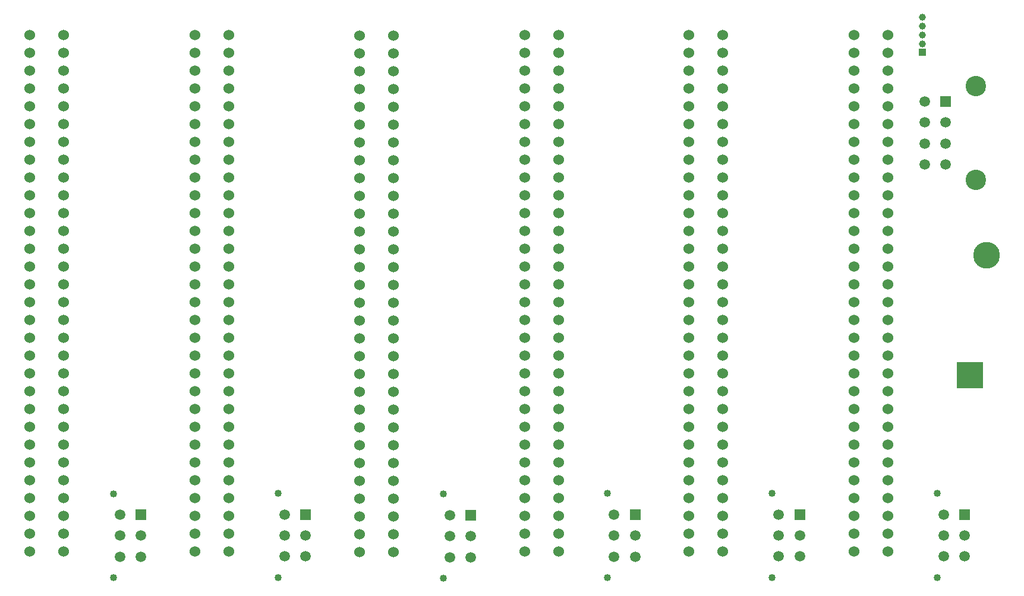
<source format=gbr>
%TF.GenerationSoftware,KiCad,Pcbnew,7.99.0-957-g18dd623122*%
%TF.CreationDate,2023-08-21T12:25:08-07:00*%
%TF.ProjectId,ESC_Carrier,4553435f-4361-4727-9269-65722e6b6963,rev?*%
%TF.SameCoordinates,Original*%
%TF.FileFunction,Soldermask,Bot*%
%TF.FilePolarity,Negative*%
%FSLAX46Y46*%
G04 Gerber Fmt 4.6, Leading zero omitted, Abs format (unit mm)*
G04 Created by KiCad (PCBNEW 7.99.0-957-g18dd623122) date 2023-08-21 12:25:08*
%MOMM*%
%LPD*%
G01*
G04 APERTURE LIST*
%ADD10R,3.810000X3.810000*%
%ADD11C,3.810000*%
%ADD12C,1.524000*%
%ADD13R,1.000000X1.000000*%
%ADD14C,1.000000*%
%ADD15R,1.520000X1.520000*%
%ADD16C,1.520000*%
%ADD17C,2.909999*%
%ADD18C,1.020000*%
G04 APERTURE END LIST*
D10*
%TO.C,U1*%
X159700001Y-74157393D03*
D11*
X162100001Y-57057393D03*
%TD*%
D12*
%TO.C,J1*%
X25801190Y-99291500D03*
X30652190Y-99291500D03*
X25801190Y-96751500D03*
X30652190Y-96751500D03*
X25801190Y-94211500D03*
X30652190Y-94211500D03*
X25801190Y-91671500D03*
X30652190Y-91671500D03*
X25801190Y-89131500D03*
X30652190Y-89131500D03*
X25801190Y-86591500D03*
X30652190Y-86591500D03*
X25801190Y-84051500D03*
X30652190Y-84051500D03*
X25801190Y-81511500D03*
X30652190Y-81511500D03*
X25801190Y-78971500D03*
X30652190Y-78971500D03*
X25801190Y-76431500D03*
X30652190Y-76431500D03*
X25801190Y-73891500D03*
X30652190Y-73891500D03*
X25801190Y-71351500D03*
X30652190Y-71351500D03*
X25801190Y-68811500D03*
X30652190Y-68811500D03*
X25801190Y-66271500D03*
X30652190Y-66271500D03*
X25801190Y-63731500D03*
X30652190Y-63731500D03*
X25801190Y-61191500D03*
X30652190Y-61191500D03*
X25801190Y-58651500D03*
X30652190Y-58651500D03*
X25801190Y-56111500D03*
X30652190Y-56111500D03*
X25801190Y-53571500D03*
X30652190Y-53571500D03*
X25801190Y-51031500D03*
X30652190Y-51031500D03*
X25801190Y-48491500D03*
X30652190Y-48491500D03*
X25801190Y-45951500D03*
X30652190Y-45951500D03*
X25801190Y-43411500D03*
X30652190Y-43411500D03*
X25801190Y-40871500D03*
X30652190Y-40871500D03*
X25801190Y-38331500D03*
X30652190Y-38331500D03*
X25801190Y-35791500D03*
X30652190Y-35791500D03*
X25801190Y-33251500D03*
X30652190Y-33251500D03*
X25801190Y-30711500D03*
X30652190Y-30711500D03*
X25801190Y-28171500D03*
X30652190Y-28171500D03*
X25801190Y-25631500D03*
X30652190Y-25631500D03*
%TD*%
%TO.C,J2*%
X49300000Y-99280000D03*
X54151000Y-99280000D03*
X49300000Y-96740000D03*
X54151000Y-96740000D03*
X49300000Y-94200000D03*
X54151000Y-94200000D03*
X49300000Y-91660000D03*
X54151000Y-91660000D03*
X49300000Y-89120000D03*
X54151000Y-89120000D03*
X49300000Y-86580000D03*
X54151000Y-86580000D03*
X49300000Y-84040000D03*
X54151000Y-84040000D03*
X49300000Y-81500000D03*
X54151000Y-81500000D03*
X49300000Y-78960000D03*
X54151000Y-78960000D03*
X49300000Y-76420000D03*
X54151000Y-76420000D03*
X49300000Y-73880000D03*
X54151000Y-73880000D03*
X49300000Y-71340000D03*
X54151000Y-71340000D03*
X49300000Y-68800000D03*
X54151000Y-68800000D03*
X49300000Y-66260000D03*
X54151000Y-66260000D03*
X49300000Y-63720000D03*
X54151000Y-63720000D03*
X49300000Y-61180000D03*
X54151000Y-61180000D03*
X49300000Y-58640000D03*
X54151000Y-58640000D03*
X49300000Y-56100000D03*
X54151000Y-56100000D03*
X49300000Y-53560000D03*
X54151000Y-53560000D03*
X49300000Y-51020000D03*
X54151000Y-51020000D03*
X49300000Y-48480000D03*
X54151000Y-48480000D03*
X49300000Y-45940000D03*
X54151000Y-45940000D03*
X49300000Y-43400000D03*
X54151000Y-43400000D03*
X49300000Y-40860000D03*
X54151000Y-40860000D03*
X49300000Y-38320000D03*
X54151000Y-38320000D03*
X49300000Y-35780000D03*
X54151000Y-35780000D03*
X49300000Y-33240000D03*
X54151000Y-33240000D03*
X49300000Y-30700000D03*
X54151000Y-30700000D03*
X49300000Y-28160000D03*
X54151000Y-28160000D03*
X49300000Y-25620000D03*
X54151000Y-25620000D03*
%TD*%
%TO.C,J3*%
X72800000Y-99340000D03*
X77651000Y-99340000D03*
X72800000Y-96800000D03*
X77651000Y-96800000D03*
X72800000Y-94260000D03*
X77651000Y-94260000D03*
X72800000Y-91720000D03*
X77651000Y-91720000D03*
X72800000Y-89180000D03*
X77651000Y-89180000D03*
X72800000Y-86640000D03*
X77651000Y-86640000D03*
X72800000Y-84100000D03*
X77651000Y-84100000D03*
X72800000Y-81560000D03*
X77651000Y-81560000D03*
X72800000Y-79020000D03*
X77651000Y-79020000D03*
X72800000Y-76480000D03*
X77651000Y-76480000D03*
X72800000Y-73940000D03*
X77651000Y-73940000D03*
X72800000Y-71400000D03*
X77651000Y-71400000D03*
X72800000Y-68860000D03*
X77651000Y-68860000D03*
X72800000Y-66320000D03*
X77651000Y-66320000D03*
X72800000Y-63780000D03*
X77651000Y-63780000D03*
X72800000Y-61240000D03*
X77651000Y-61240000D03*
X72800000Y-58700000D03*
X77651000Y-58700000D03*
X72800000Y-56160000D03*
X77651000Y-56160000D03*
X72800000Y-53620000D03*
X77651000Y-53620000D03*
X72800000Y-51080000D03*
X77651000Y-51080000D03*
X72800000Y-48540000D03*
X77651000Y-48540000D03*
X72800000Y-46000000D03*
X77651000Y-46000000D03*
X72800000Y-43460000D03*
X77651000Y-43460000D03*
X72800000Y-40920000D03*
X77651000Y-40920000D03*
X72800000Y-38380000D03*
X77651000Y-38380000D03*
X72800000Y-35840000D03*
X77651000Y-35840000D03*
X72800000Y-33300000D03*
X77651000Y-33300000D03*
X72800000Y-30760000D03*
X77651000Y-30760000D03*
X72800000Y-28220000D03*
X77651000Y-28220000D03*
X72800000Y-25680000D03*
X77651000Y-25680000D03*
%TD*%
%TO.C,J4*%
X96300000Y-99320000D03*
X101151000Y-99320000D03*
X96300000Y-96780000D03*
X101151000Y-96780000D03*
X96300000Y-94240000D03*
X101151000Y-94240000D03*
X96300000Y-91700000D03*
X101151000Y-91700000D03*
X96300000Y-89160000D03*
X101151000Y-89160000D03*
X96300000Y-86620000D03*
X101151000Y-86620000D03*
X96300000Y-84080000D03*
X101151000Y-84080000D03*
X96300000Y-81540000D03*
X101151000Y-81540000D03*
X96300000Y-79000000D03*
X101151000Y-79000000D03*
X96300000Y-76460000D03*
X101151000Y-76460000D03*
X96300000Y-73920000D03*
X101151000Y-73920000D03*
X96300000Y-71380000D03*
X101151000Y-71380000D03*
X96300000Y-68840000D03*
X101151000Y-68840000D03*
X96300000Y-66300000D03*
X101151000Y-66300000D03*
X96300000Y-63760000D03*
X101151000Y-63760000D03*
X96300000Y-61220000D03*
X101151000Y-61220000D03*
X96300000Y-58680000D03*
X101151000Y-58680000D03*
X96300000Y-56140000D03*
X101151000Y-56140000D03*
X96300000Y-53600000D03*
X101151000Y-53600000D03*
X96300000Y-51060000D03*
X101151000Y-51060000D03*
X96300000Y-48520000D03*
X101151000Y-48520000D03*
X96300000Y-45980000D03*
X101151000Y-45980000D03*
X96300000Y-43440000D03*
X101151000Y-43440000D03*
X96300000Y-40900000D03*
X101151000Y-40900000D03*
X96300000Y-38360000D03*
X101151000Y-38360000D03*
X96300000Y-35820000D03*
X101151000Y-35820000D03*
X96300000Y-33280000D03*
X101151000Y-33280000D03*
X96300000Y-30740000D03*
X101151000Y-30740000D03*
X96300000Y-28200000D03*
X101151000Y-28200000D03*
X96300000Y-25660000D03*
X101151000Y-25660000D03*
%TD*%
%TO.C,J5*%
X119700000Y-99260000D03*
X124551000Y-99260000D03*
X119700000Y-96720000D03*
X124551000Y-96720000D03*
X119700000Y-94180000D03*
X124551000Y-94180000D03*
X119700000Y-91640000D03*
X124551000Y-91640000D03*
X119700000Y-89100000D03*
X124551000Y-89100000D03*
X119700000Y-86560000D03*
X124551000Y-86560000D03*
X119700000Y-84020000D03*
X124551000Y-84020000D03*
X119700000Y-81480000D03*
X124551000Y-81480000D03*
X119700000Y-78940000D03*
X124551000Y-78940000D03*
X119700000Y-76400000D03*
X124551000Y-76400000D03*
X119700000Y-73860000D03*
X124551000Y-73860000D03*
X119700000Y-71320000D03*
X124551000Y-71320000D03*
X119700000Y-68780000D03*
X124551000Y-68780000D03*
X119700000Y-66240000D03*
X124551000Y-66240000D03*
X119700000Y-63700000D03*
X124551000Y-63700000D03*
X119700000Y-61160000D03*
X124551000Y-61160000D03*
X119700000Y-58620000D03*
X124551000Y-58620000D03*
X119700000Y-56080000D03*
X124551000Y-56080000D03*
X119700000Y-53540000D03*
X124551000Y-53540000D03*
X119700000Y-51000000D03*
X124551000Y-51000000D03*
X119700000Y-48460000D03*
X124551000Y-48460000D03*
X119700000Y-45920000D03*
X124551000Y-45920000D03*
X119700000Y-43380000D03*
X124551000Y-43380000D03*
X119700000Y-40840000D03*
X124551000Y-40840000D03*
X119700000Y-38300000D03*
X124551000Y-38300000D03*
X119700000Y-35760000D03*
X124551000Y-35760000D03*
X119700000Y-33220000D03*
X124551000Y-33220000D03*
X119700000Y-30680000D03*
X124551000Y-30680000D03*
X119700000Y-28140000D03*
X124551000Y-28140000D03*
X119700000Y-25600000D03*
X124551000Y-25600000D03*
%TD*%
%TO.C,J6*%
X143200000Y-99300000D03*
X148051000Y-99300000D03*
X143200000Y-96760000D03*
X148051000Y-96760000D03*
X143200000Y-94220000D03*
X148051000Y-94220000D03*
X143200000Y-91680000D03*
X148051000Y-91680000D03*
X143200000Y-89140000D03*
X148051000Y-89140000D03*
X143200000Y-86600000D03*
X148051000Y-86600000D03*
X143200000Y-84060000D03*
X148051000Y-84060000D03*
X143200000Y-81520000D03*
X148051000Y-81520000D03*
X143200000Y-78980000D03*
X148051000Y-78980000D03*
X143200000Y-76440000D03*
X148051000Y-76440000D03*
X143200000Y-73900000D03*
X148051000Y-73900000D03*
X143200000Y-71360000D03*
X148051000Y-71360000D03*
X143200000Y-68820000D03*
X148051000Y-68820000D03*
X143200000Y-66280000D03*
X148051000Y-66280000D03*
X143200000Y-63740000D03*
X148051000Y-63740000D03*
X143200000Y-61200000D03*
X148051000Y-61200000D03*
X143200000Y-58660000D03*
X148051000Y-58660000D03*
X143200000Y-56120000D03*
X148051000Y-56120000D03*
X143200000Y-53580000D03*
X148051000Y-53580000D03*
X143200000Y-51040000D03*
X148051000Y-51040000D03*
X143200000Y-48500000D03*
X148051000Y-48500000D03*
X143200000Y-45960000D03*
X148051000Y-45960000D03*
X143200000Y-43420000D03*
X148051000Y-43420000D03*
X143200000Y-40880000D03*
X148051000Y-40880000D03*
X143200000Y-38340000D03*
X148051000Y-38340000D03*
X143200000Y-35800000D03*
X148051000Y-35800000D03*
X143200000Y-33260000D03*
X148051000Y-33260000D03*
X143200000Y-30720000D03*
X148051000Y-30720000D03*
X143200000Y-28180000D03*
X148051000Y-28180000D03*
X143200000Y-25640000D03*
X148051000Y-25640000D03*
%TD*%
D13*
%TO.C,J9*%
X152999294Y-28108100D03*
D14*
X152999294Y-26858100D03*
X152999294Y-25608100D03*
X152999294Y-24358100D03*
X152999294Y-23108100D03*
%TD*%
D15*
%TO.C,J10*%
X156300000Y-35097040D03*
D16*
X156300000Y-38097039D03*
X156300000Y-41097038D03*
X156300000Y-44097037D03*
X153300001Y-35097040D03*
X153300001Y-38097039D03*
X153300001Y-41097038D03*
X153300001Y-44097037D03*
D17*
X160619999Y-32947042D03*
X160619999Y-46247035D03*
%TD*%
D18*
%TO.C,J11*%
X37700000Y-103031500D03*
X37700000Y-91031500D03*
D15*
X41640000Y-94031500D03*
D16*
X41640000Y-97031500D03*
X41640000Y-100031500D03*
X38640000Y-94031500D03*
X38640000Y-97031500D03*
X38640000Y-100031500D03*
%TD*%
D18*
%TO.C,J12*%
X61160000Y-103000000D03*
X61160000Y-91000000D03*
D15*
X65100000Y-94000000D03*
D16*
X65100000Y-97000000D03*
X65100000Y-100000000D03*
X62100000Y-94000000D03*
X62100000Y-97000000D03*
X62100000Y-100000000D03*
%TD*%
D18*
%TO.C,J13*%
X84700000Y-103100000D03*
X84700000Y-91100000D03*
D15*
X88640000Y-94100000D03*
D16*
X88640000Y-97100000D03*
X88640000Y-100100000D03*
X85640000Y-94100000D03*
X85640000Y-97100000D03*
X85640000Y-100100000D03*
%TD*%
D18*
%TO.C,J14*%
X108100000Y-103020000D03*
X108100000Y-91020000D03*
D15*
X112040000Y-94020000D03*
D16*
X112040000Y-97020000D03*
X112040000Y-100020000D03*
X109040000Y-94020000D03*
X109040000Y-97020000D03*
X109040000Y-100020000D03*
%TD*%
D18*
%TO.C,J16*%
X155060000Y-103000000D03*
X155060000Y-91000000D03*
D15*
X159000000Y-94000000D03*
D16*
X159000000Y-97000000D03*
X159000000Y-100000000D03*
X156000000Y-94000000D03*
X156000000Y-97000000D03*
X156000000Y-100000000D03*
%TD*%
D18*
%TO.C,J15*%
X131560000Y-103000000D03*
X131560000Y-91000000D03*
D15*
X135500000Y-94000000D03*
D16*
X135500000Y-97000000D03*
X135500000Y-100000000D03*
X132500000Y-94000000D03*
X132500000Y-97000000D03*
X132500000Y-100000000D03*
%TD*%
M02*

</source>
